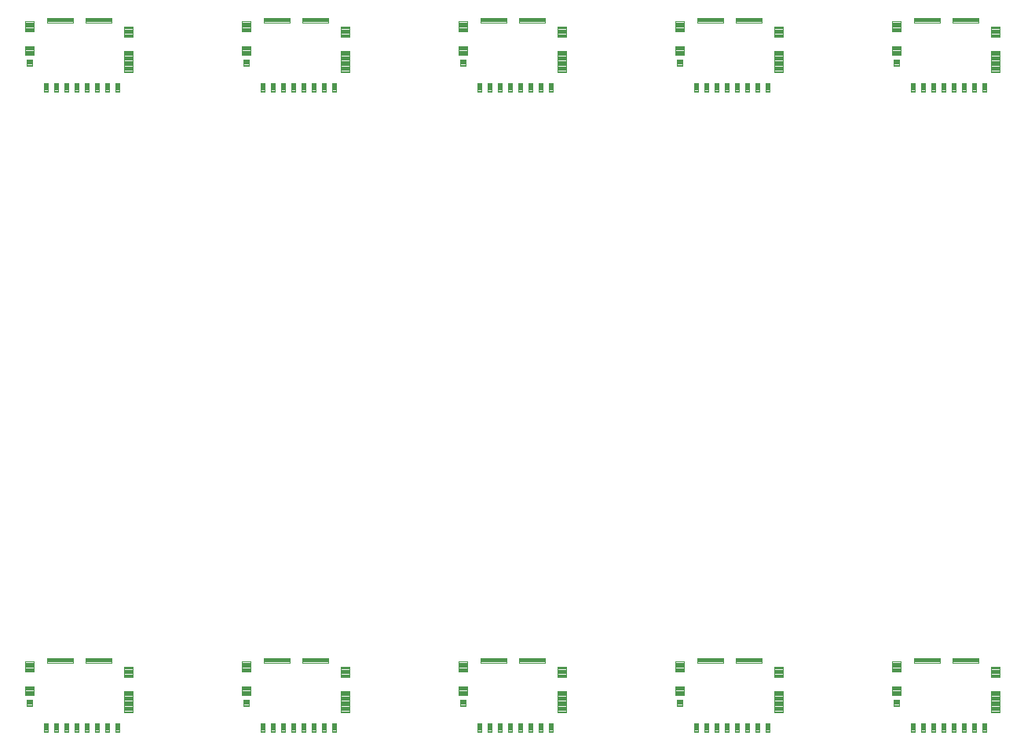
<source format=gbp>
G04 EAGLE Gerber RS-274X export*
G75*
%MOMM*%
%FSLAX34Y34*%
%LPD*%
%INSolderpaste Bottom*%
%IPPOS*%
%AMOC8*
5,1,8,0,0,1.08239X$1,22.5*%
G01*
%ADD10C,0.100000*%
%ADD11C,0.100800*%
%ADD12C,0.105000*%
%ADD13C,0.099000*%


D10*
X87912Y74000D02*
X87912Y65000D01*
X83912Y65000D01*
X83912Y74000D01*
X87912Y74000D01*
X87912Y65950D02*
X83912Y65950D01*
X83912Y66900D02*
X87912Y66900D01*
X87912Y67850D02*
X83912Y67850D01*
X83912Y68800D02*
X87912Y68800D01*
X87912Y69750D02*
X83912Y69750D01*
X83912Y70700D02*
X87912Y70700D01*
X87912Y71650D02*
X83912Y71650D01*
X83912Y72600D02*
X87912Y72600D01*
X87912Y73550D02*
X83912Y73550D01*
X98912Y74000D02*
X98912Y65000D01*
X94912Y65000D01*
X94912Y74000D01*
X98912Y74000D01*
X98912Y65950D02*
X94912Y65950D01*
X94912Y66900D02*
X98912Y66900D01*
X98912Y67850D02*
X94912Y67850D01*
X94912Y68800D02*
X98912Y68800D01*
X98912Y69750D02*
X94912Y69750D01*
X94912Y70700D02*
X98912Y70700D01*
X98912Y71650D02*
X94912Y71650D01*
X94912Y72600D02*
X98912Y72600D01*
X98912Y73550D02*
X94912Y73550D01*
X109912Y74000D02*
X109912Y65000D01*
X105912Y65000D01*
X105912Y74000D01*
X109912Y74000D01*
X109912Y65950D02*
X105912Y65950D01*
X105912Y66900D02*
X109912Y66900D01*
X109912Y67850D02*
X105912Y67850D01*
X105912Y68800D02*
X109912Y68800D01*
X109912Y69750D02*
X105912Y69750D01*
X105912Y70700D02*
X109912Y70700D01*
X109912Y71650D02*
X105912Y71650D01*
X105912Y72600D02*
X109912Y72600D01*
X109912Y73550D02*
X105912Y73550D01*
X120912Y74000D02*
X120912Y65000D01*
X116912Y65000D01*
X116912Y74000D01*
X120912Y74000D01*
X120912Y65950D02*
X116912Y65950D01*
X116912Y66900D02*
X120912Y66900D01*
X120912Y67850D02*
X116912Y67850D01*
X116912Y68800D02*
X120912Y68800D01*
X120912Y69750D02*
X116912Y69750D01*
X116912Y70700D02*
X120912Y70700D01*
X120912Y71650D02*
X116912Y71650D01*
X116912Y72600D02*
X120912Y72600D01*
X120912Y73550D02*
X116912Y73550D01*
X131912Y74000D02*
X131912Y65000D01*
X127912Y65000D01*
X127912Y74000D01*
X131912Y74000D01*
X131912Y65950D02*
X127912Y65950D01*
X127912Y66900D02*
X131912Y66900D01*
X131912Y67850D02*
X127912Y67850D01*
X127912Y68800D02*
X131912Y68800D01*
X131912Y69750D02*
X127912Y69750D01*
X127912Y70700D02*
X131912Y70700D01*
X131912Y71650D02*
X127912Y71650D01*
X127912Y72600D02*
X131912Y72600D01*
X131912Y73550D02*
X127912Y73550D01*
X142912Y74000D02*
X142912Y65000D01*
X138912Y65000D01*
X138912Y74000D01*
X142912Y74000D01*
X142912Y65950D02*
X138912Y65950D01*
X138912Y66900D02*
X142912Y66900D01*
X142912Y67850D02*
X138912Y67850D01*
X138912Y68800D02*
X142912Y68800D01*
X142912Y69750D02*
X138912Y69750D01*
X138912Y70700D02*
X142912Y70700D01*
X142912Y71650D02*
X138912Y71650D01*
X138912Y72600D02*
X142912Y72600D01*
X142912Y73550D02*
X138912Y73550D01*
X153912Y74000D02*
X153912Y65000D01*
X149912Y65000D01*
X149912Y74000D01*
X153912Y74000D01*
X153912Y65950D02*
X149912Y65950D01*
X149912Y66900D02*
X153912Y66900D01*
X153912Y67850D02*
X149912Y67850D01*
X149912Y68800D02*
X153912Y68800D01*
X153912Y69750D02*
X149912Y69750D01*
X149912Y70700D02*
X153912Y70700D01*
X153912Y71650D02*
X149912Y71650D01*
X149912Y72600D02*
X153912Y72600D01*
X153912Y73550D02*
X149912Y73550D01*
X164912Y74000D02*
X164912Y65000D01*
X160912Y65000D01*
X160912Y74000D01*
X164912Y74000D01*
X164912Y65950D02*
X160912Y65950D01*
X160912Y66900D02*
X164912Y66900D01*
X164912Y67850D02*
X160912Y67850D01*
X160912Y68800D02*
X164912Y68800D01*
X164912Y69750D02*
X160912Y69750D01*
X160912Y70700D02*
X164912Y70700D01*
X164912Y71650D02*
X160912Y71650D01*
X160912Y72600D02*
X164912Y72600D01*
X164912Y73550D02*
X160912Y73550D01*
D11*
X71008Y92904D02*
X64816Y92904D01*
X64816Y99696D01*
X71008Y99696D01*
X71008Y92904D01*
X71008Y93862D02*
X64816Y93862D01*
X64816Y94820D02*
X71008Y94820D01*
X71008Y95778D02*
X64816Y95778D01*
X64816Y96736D02*
X71008Y96736D01*
X71008Y97694D02*
X64816Y97694D01*
X64816Y98652D02*
X71008Y98652D01*
X71008Y99610D02*
X64816Y99610D01*
D12*
X72637Y104125D02*
X72637Y113875D01*
X72637Y104125D02*
X63187Y104125D01*
X63187Y113875D01*
X72637Y113875D01*
X72637Y105122D02*
X63187Y105122D01*
X63187Y106119D02*
X72637Y106119D01*
X72637Y107116D02*
X63187Y107116D01*
X63187Y108113D02*
X72637Y108113D01*
X72637Y109110D02*
X63187Y109110D01*
X63187Y110107D02*
X72637Y110107D01*
X72637Y111104D02*
X63187Y111104D01*
X63187Y112101D02*
X72637Y112101D01*
X72637Y113098D02*
X63187Y113098D01*
X72637Y129625D02*
X72637Y140575D01*
X72637Y129625D02*
X63187Y129625D01*
X63187Y140575D01*
X72637Y140575D01*
X72637Y130622D02*
X63187Y130622D01*
X63187Y131619D02*
X72637Y131619D01*
X72637Y132616D02*
X63187Y132616D01*
X63187Y133613D02*
X72637Y133613D01*
X72637Y134610D02*
X63187Y134610D01*
X63187Y135607D02*
X72637Y135607D01*
X72637Y136604D02*
X63187Y136604D01*
X63187Y137601D02*
X72637Y137601D01*
X72637Y138598D02*
X63187Y138598D01*
X63187Y139595D02*
X72637Y139595D01*
X179387Y134875D02*
X179387Y123925D01*
X169937Y123925D01*
X169937Y134875D01*
X179387Y134875D01*
X179387Y124922D02*
X169937Y124922D01*
X169937Y125919D02*
X179387Y125919D01*
X179387Y126916D02*
X169937Y126916D01*
X169937Y127913D02*
X179387Y127913D01*
X179387Y128910D02*
X169937Y128910D01*
X169937Y129907D02*
X179387Y129907D01*
X179387Y130904D02*
X169937Y130904D01*
X169937Y131901D02*
X179387Y131901D01*
X179387Y132898D02*
X169937Y132898D01*
X169937Y133895D02*
X179387Y133895D01*
X179387Y108975D02*
X179387Y86125D01*
X169937Y86125D01*
X169937Y108975D01*
X179387Y108975D01*
X179387Y87122D02*
X169937Y87122D01*
X169937Y88119D02*
X179387Y88119D01*
X179387Y89116D02*
X169937Y89116D01*
X169937Y90113D02*
X179387Y90113D01*
X179387Y91110D02*
X169937Y91110D01*
X169937Y92107D02*
X179387Y92107D01*
X179387Y93104D02*
X169937Y93104D01*
X169937Y94101D02*
X179387Y94101D01*
X179387Y95098D02*
X169937Y95098D01*
X169937Y96095D02*
X179387Y96095D01*
X179387Y97092D02*
X169937Y97092D01*
X169937Y98089D02*
X179387Y98089D01*
X179387Y99086D02*
X169937Y99086D01*
X169937Y100083D02*
X179387Y100083D01*
X179387Y101080D02*
X169937Y101080D01*
X169937Y102077D02*
X179387Y102077D01*
X179387Y103074D02*
X169937Y103074D01*
X169937Y104071D02*
X179387Y104071D01*
X179387Y105068D02*
X169937Y105068D01*
X169937Y106065D02*
X179387Y106065D01*
X179387Y107062D02*
X169937Y107062D01*
X169937Y108059D02*
X179387Y108059D01*
D13*
X156917Y144105D02*
X128807Y144105D01*
X156917Y144105D02*
X156917Y139595D01*
X128807Y139595D01*
X128807Y144105D01*
X128807Y140535D02*
X156917Y140535D01*
X156917Y141475D02*
X128807Y141475D01*
X128807Y142415D02*
X156917Y142415D01*
X156917Y143355D02*
X128807Y143355D01*
X115017Y144105D02*
X86907Y144105D01*
X115017Y144105D02*
X115017Y139595D01*
X86907Y139595D01*
X86907Y144105D01*
X86907Y140535D02*
X115017Y140535D01*
X115017Y141475D02*
X86907Y141475D01*
X86907Y142415D02*
X115017Y142415D01*
X115017Y143355D02*
X86907Y143355D01*
D10*
X321592Y74000D02*
X321592Y65000D01*
X317592Y65000D01*
X317592Y74000D01*
X321592Y74000D01*
X321592Y65950D02*
X317592Y65950D01*
X317592Y66900D02*
X321592Y66900D01*
X321592Y67850D02*
X317592Y67850D01*
X317592Y68800D02*
X321592Y68800D01*
X321592Y69750D02*
X317592Y69750D01*
X317592Y70700D02*
X321592Y70700D01*
X321592Y71650D02*
X317592Y71650D01*
X317592Y72600D02*
X321592Y72600D01*
X321592Y73550D02*
X317592Y73550D01*
X332592Y74000D02*
X332592Y65000D01*
X328592Y65000D01*
X328592Y74000D01*
X332592Y74000D01*
X332592Y65950D02*
X328592Y65950D01*
X328592Y66900D02*
X332592Y66900D01*
X332592Y67850D02*
X328592Y67850D01*
X328592Y68800D02*
X332592Y68800D01*
X332592Y69750D02*
X328592Y69750D01*
X328592Y70700D02*
X332592Y70700D01*
X332592Y71650D02*
X328592Y71650D01*
X328592Y72600D02*
X332592Y72600D01*
X332592Y73550D02*
X328592Y73550D01*
X343592Y74000D02*
X343592Y65000D01*
X339592Y65000D01*
X339592Y74000D01*
X343592Y74000D01*
X343592Y65950D02*
X339592Y65950D01*
X339592Y66900D02*
X343592Y66900D01*
X343592Y67850D02*
X339592Y67850D01*
X339592Y68800D02*
X343592Y68800D01*
X343592Y69750D02*
X339592Y69750D01*
X339592Y70700D02*
X343592Y70700D01*
X343592Y71650D02*
X339592Y71650D01*
X339592Y72600D02*
X343592Y72600D01*
X343592Y73550D02*
X339592Y73550D01*
X354592Y74000D02*
X354592Y65000D01*
X350592Y65000D01*
X350592Y74000D01*
X354592Y74000D01*
X354592Y65950D02*
X350592Y65950D01*
X350592Y66900D02*
X354592Y66900D01*
X354592Y67850D02*
X350592Y67850D01*
X350592Y68800D02*
X354592Y68800D01*
X354592Y69750D02*
X350592Y69750D01*
X350592Y70700D02*
X354592Y70700D01*
X354592Y71650D02*
X350592Y71650D01*
X350592Y72600D02*
X354592Y72600D01*
X354592Y73550D02*
X350592Y73550D01*
X365592Y74000D02*
X365592Y65000D01*
X361592Y65000D01*
X361592Y74000D01*
X365592Y74000D01*
X365592Y65950D02*
X361592Y65950D01*
X361592Y66900D02*
X365592Y66900D01*
X365592Y67850D02*
X361592Y67850D01*
X361592Y68800D02*
X365592Y68800D01*
X365592Y69750D02*
X361592Y69750D01*
X361592Y70700D02*
X365592Y70700D01*
X365592Y71650D02*
X361592Y71650D01*
X361592Y72600D02*
X365592Y72600D01*
X365592Y73550D02*
X361592Y73550D01*
X376592Y74000D02*
X376592Y65000D01*
X372592Y65000D01*
X372592Y74000D01*
X376592Y74000D01*
X376592Y65950D02*
X372592Y65950D01*
X372592Y66900D02*
X376592Y66900D01*
X376592Y67850D02*
X372592Y67850D01*
X372592Y68800D02*
X376592Y68800D01*
X376592Y69750D02*
X372592Y69750D01*
X372592Y70700D02*
X376592Y70700D01*
X376592Y71650D02*
X372592Y71650D01*
X372592Y72600D02*
X376592Y72600D01*
X376592Y73550D02*
X372592Y73550D01*
X387592Y74000D02*
X387592Y65000D01*
X383592Y65000D01*
X383592Y74000D01*
X387592Y74000D01*
X387592Y65950D02*
X383592Y65950D01*
X383592Y66900D02*
X387592Y66900D01*
X387592Y67850D02*
X383592Y67850D01*
X383592Y68800D02*
X387592Y68800D01*
X387592Y69750D02*
X383592Y69750D01*
X383592Y70700D02*
X387592Y70700D01*
X387592Y71650D02*
X383592Y71650D01*
X383592Y72600D02*
X387592Y72600D01*
X387592Y73550D02*
X383592Y73550D01*
X398592Y74000D02*
X398592Y65000D01*
X394592Y65000D01*
X394592Y74000D01*
X398592Y74000D01*
X398592Y65950D02*
X394592Y65950D01*
X394592Y66900D02*
X398592Y66900D01*
X398592Y67850D02*
X394592Y67850D01*
X394592Y68800D02*
X398592Y68800D01*
X398592Y69750D02*
X394592Y69750D01*
X394592Y70700D02*
X398592Y70700D01*
X398592Y71650D02*
X394592Y71650D01*
X394592Y72600D02*
X398592Y72600D01*
X398592Y73550D02*
X394592Y73550D01*
D11*
X304688Y92904D02*
X298496Y92904D01*
X298496Y99696D01*
X304688Y99696D01*
X304688Y92904D01*
X304688Y93862D02*
X298496Y93862D01*
X298496Y94820D02*
X304688Y94820D01*
X304688Y95778D02*
X298496Y95778D01*
X298496Y96736D02*
X304688Y96736D01*
X304688Y97694D02*
X298496Y97694D01*
X298496Y98652D02*
X304688Y98652D01*
X304688Y99610D02*
X298496Y99610D01*
D12*
X306317Y104125D02*
X306317Y113875D01*
X306317Y104125D02*
X296867Y104125D01*
X296867Y113875D01*
X306317Y113875D01*
X306317Y105122D02*
X296867Y105122D01*
X296867Y106119D02*
X306317Y106119D01*
X306317Y107116D02*
X296867Y107116D01*
X296867Y108113D02*
X306317Y108113D01*
X306317Y109110D02*
X296867Y109110D01*
X296867Y110107D02*
X306317Y110107D01*
X306317Y111104D02*
X296867Y111104D01*
X296867Y112101D02*
X306317Y112101D01*
X306317Y113098D02*
X296867Y113098D01*
X306317Y129625D02*
X306317Y140575D01*
X306317Y129625D02*
X296867Y129625D01*
X296867Y140575D01*
X306317Y140575D01*
X306317Y130622D02*
X296867Y130622D01*
X296867Y131619D02*
X306317Y131619D01*
X306317Y132616D02*
X296867Y132616D01*
X296867Y133613D02*
X306317Y133613D01*
X306317Y134610D02*
X296867Y134610D01*
X296867Y135607D02*
X306317Y135607D01*
X306317Y136604D02*
X296867Y136604D01*
X296867Y137601D02*
X306317Y137601D01*
X306317Y138598D02*
X296867Y138598D01*
X296867Y139595D02*
X306317Y139595D01*
X413067Y134875D02*
X413067Y123925D01*
X403617Y123925D01*
X403617Y134875D01*
X413067Y134875D01*
X413067Y124922D02*
X403617Y124922D01*
X403617Y125919D02*
X413067Y125919D01*
X413067Y126916D02*
X403617Y126916D01*
X403617Y127913D02*
X413067Y127913D01*
X413067Y128910D02*
X403617Y128910D01*
X403617Y129907D02*
X413067Y129907D01*
X413067Y130904D02*
X403617Y130904D01*
X403617Y131901D02*
X413067Y131901D01*
X413067Y132898D02*
X403617Y132898D01*
X403617Y133895D02*
X413067Y133895D01*
X413067Y108975D02*
X413067Y86125D01*
X403617Y86125D01*
X403617Y108975D01*
X413067Y108975D01*
X413067Y87122D02*
X403617Y87122D01*
X403617Y88119D02*
X413067Y88119D01*
X413067Y89116D02*
X403617Y89116D01*
X403617Y90113D02*
X413067Y90113D01*
X413067Y91110D02*
X403617Y91110D01*
X403617Y92107D02*
X413067Y92107D01*
X413067Y93104D02*
X403617Y93104D01*
X403617Y94101D02*
X413067Y94101D01*
X413067Y95098D02*
X403617Y95098D01*
X403617Y96095D02*
X413067Y96095D01*
X413067Y97092D02*
X403617Y97092D01*
X403617Y98089D02*
X413067Y98089D01*
X413067Y99086D02*
X403617Y99086D01*
X403617Y100083D02*
X413067Y100083D01*
X413067Y101080D02*
X403617Y101080D01*
X403617Y102077D02*
X413067Y102077D01*
X413067Y103074D02*
X403617Y103074D01*
X403617Y104071D02*
X413067Y104071D01*
X413067Y105068D02*
X403617Y105068D01*
X403617Y106065D02*
X413067Y106065D01*
X413067Y107062D02*
X403617Y107062D01*
X403617Y108059D02*
X413067Y108059D01*
D13*
X390597Y144105D02*
X362487Y144105D01*
X390597Y144105D02*
X390597Y139595D01*
X362487Y139595D01*
X362487Y144105D01*
X362487Y140535D02*
X390597Y140535D01*
X390597Y141475D02*
X362487Y141475D01*
X362487Y142415D02*
X390597Y142415D01*
X390597Y143355D02*
X362487Y143355D01*
X348697Y144105D02*
X320587Y144105D01*
X348697Y144105D02*
X348697Y139595D01*
X320587Y139595D01*
X320587Y144105D01*
X320587Y140535D02*
X348697Y140535D01*
X348697Y141475D02*
X320587Y141475D01*
X320587Y142415D02*
X348697Y142415D01*
X348697Y143355D02*
X320587Y143355D01*
D10*
X555272Y74000D02*
X555272Y65000D01*
X551272Y65000D01*
X551272Y74000D01*
X555272Y74000D01*
X555272Y65950D02*
X551272Y65950D01*
X551272Y66900D02*
X555272Y66900D01*
X555272Y67850D02*
X551272Y67850D01*
X551272Y68800D02*
X555272Y68800D01*
X555272Y69750D02*
X551272Y69750D01*
X551272Y70700D02*
X555272Y70700D01*
X555272Y71650D02*
X551272Y71650D01*
X551272Y72600D02*
X555272Y72600D01*
X555272Y73550D02*
X551272Y73550D01*
X566272Y74000D02*
X566272Y65000D01*
X562272Y65000D01*
X562272Y74000D01*
X566272Y74000D01*
X566272Y65950D02*
X562272Y65950D01*
X562272Y66900D02*
X566272Y66900D01*
X566272Y67850D02*
X562272Y67850D01*
X562272Y68800D02*
X566272Y68800D01*
X566272Y69750D02*
X562272Y69750D01*
X562272Y70700D02*
X566272Y70700D01*
X566272Y71650D02*
X562272Y71650D01*
X562272Y72600D02*
X566272Y72600D01*
X566272Y73550D02*
X562272Y73550D01*
X577272Y74000D02*
X577272Y65000D01*
X573272Y65000D01*
X573272Y74000D01*
X577272Y74000D01*
X577272Y65950D02*
X573272Y65950D01*
X573272Y66900D02*
X577272Y66900D01*
X577272Y67850D02*
X573272Y67850D01*
X573272Y68800D02*
X577272Y68800D01*
X577272Y69750D02*
X573272Y69750D01*
X573272Y70700D02*
X577272Y70700D01*
X577272Y71650D02*
X573272Y71650D01*
X573272Y72600D02*
X577272Y72600D01*
X577272Y73550D02*
X573272Y73550D01*
X588272Y74000D02*
X588272Y65000D01*
X584272Y65000D01*
X584272Y74000D01*
X588272Y74000D01*
X588272Y65950D02*
X584272Y65950D01*
X584272Y66900D02*
X588272Y66900D01*
X588272Y67850D02*
X584272Y67850D01*
X584272Y68800D02*
X588272Y68800D01*
X588272Y69750D02*
X584272Y69750D01*
X584272Y70700D02*
X588272Y70700D01*
X588272Y71650D02*
X584272Y71650D01*
X584272Y72600D02*
X588272Y72600D01*
X588272Y73550D02*
X584272Y73550D01*
X599272Y74000D02*
X599272Y65000D01*
X595272Y65000D01*
X595272Y74000D01*
X599272Y74000D01*
X599272Y65950D02*
X595272Y65950D01*
X595272Y66900D02*
X599272Y66900D01*
X599272Y67850D02*
X595272Y67850D01*
X595272Y68800D02*
X599272Y68800D01*
X599272Y69750D02*
X595272Y69750D01*
X595272Y70700D02*
X599272Y70700D01*
X599272Y71650D02*
X595272Y71650D01*
X595272Y72600D02*
X599272Y72600D01*
X599272Y73550D02*
X595272Y73550D01*
X610272Y74000D02*
X610272Y65000D01*
X606272Y65000D01*
X606272Y74000D01*
X610272Y74000D01*
X610272Y65950D02*
X606272Y65950D01*
X606272Y66900D02*
X610272Y66900D01*
X610272Y67850D02*
X606272Y67850D01*
X606272Y68800D02*
X610272Y68800D01*
X610272Y69750D02*
X606272Y69750D01*
X606272Y70700D02*
X610272Y70700D01*
X610272Y71650D02*
X606272Y71650D01*
X606272Y72600D02*
X610272Y72600D01*
X610272Y73550D02*
X606272Y73550D01*
X621272Y74000D02*
X621272Y65000D01*
X617272Y65000D01*
X617272Y74000D01*
X621272Y74000D01*
X621272Y65950D02*
X617272Y65950D01*
X617272Y66900D02*
X621272Y66900D01*
X621272Y67850D02*
X617272Y67850D01*
X617272Y68800D02*
X621272Y68800D01*
X621272Y69750D02*
X617272Y69750D01*
X617272Y70700D02*
X621272Y70700D01*
X621272Y71650D02*
X617272Y71650D01*
X617272Y72600D02*
X621272Y72600D01*
X621272Y73550D02*
X617272Y73550D01*
X632272Y74000D02*
X632272Y65000D01*
X628272Y65000D01*
X628272Y74000D01*
X632272Y74000D01*
X632272Y65950D02*
X628272Y65950D01*
X628272Y66900D02*
X632272Y66900D01*
X632272Y67850D02*
X628272Y67850D01*
X628272Y68800D02*
X632272Y68800D01*
X632272Y69750D02*
X628272Y69750D01*
X628272Y70700D02*
X632272Y70700D01*
X632272Y71650D02*
X628272Y71650D01*
X628272Y72600D02*
X632272Y72600D01*
X632272Y73550D02*
X628272Y73550D01*
D11*
X538368Y92904D02*
X532176Y92904D01*
X532176Y99696D01*
X538368Y99696D01*
X538368Y92904D01*
X538368Y93862D02*
X532176Y93862D01*
X532176Y94820D02*
X538368Y94820D01*
X538368Y95778D02*
X532176Y95778D01*
X532176Y96736D02*
X538368Y96736D01*
X538368Y97694D02*
X532176Y97694D01*
X532176Y98652D02*
X538368Y98652D01*
X538368Y99610D02*
X532176Y99610D01*
D12*
X539997Y104125D02*
X539997Y113875D01*
X539997Y104125D02*
X530547Y104125D01*
X530547Y113875D01*
X539997Y113875D01*
X539997Y105122D02*
X530547Y105122D01*
X530547Y106119D02*
X539997Y106119D01*
X539997Y107116D02*
X530547Y107116D01*
X530547Y108113D02*
X539997Y108113D01*
X539997Y109110D02*
X530547Y109110D01*
X530547Y110107D02*
X539997Y110107D01*
X539997Y111104D02*
X530547Y111104D01*
X530547Y112101D02*
X539997Y112101D01*
X539997Y113098D02*
X530547Y113098D01*
X539997Y129625D02*
X539997Y140575D01*
X539997Y129625D02*
X530547Y129625D01*
X530547Y140575D01*
X539997Y140575D01*
X539997Y130622D02*
X530547Y130622D01*
X530547Y131619D02*
X539997Y131619D01*
X539997Y132616D02*
X530547Y132616D01*
X530547Y133613D02*
X539997Y133613D01*
X539997Y134610D02*
X530547Y134610D01*
X530547Y135607D02*
X539997Y135607D01*
X539997Y136604D02*
X530547Y136604D01*
X530547Y137601D02*
X539997Y137601D01*
X539997Y138598D02*
X530547Y138598D01*
X530547Y139595D02*
X539997Y139595D01*
X646747Y134875D02*
X646747Y123925D01*
X637297Y123925D01*
X637297Y134875D01*
X646747Y134875D01*
X646747Y124922D02*
X637297Y124922D01*
X637297Y125919D02*
X646747Y125919D01*
X646747Y126916D02*
X637297Y126916D01*
X637297Y127913D02*
X646747Y127913D01*
X646747Y128910D02*
X637297Y128910D01*
X637297Y129907D02*
X646747Y129907D01*
X646747Y130904D02*
X637297Y130904D01*
X637297Y131901D02*
X646747Y131901D01*
X646747Y132898D02*
X637297Y132898D01*
X637297Y133895D02*
X646747Y133895D01*
X646747Y108975D02*
X646747Y86125D01*
X637297Y86125D01*
X637297Y108975D01*
X646747Y108975D01*
X646747Y87122D02*
X637297Y87122D01*
X637297Y88119D02*
X646747Y88119D01*
X646747Y89116D02*
X637297Y89116D01*
X637297Y90113D02*
X646747Y90113D01*
X646747Y91110D02*
X637297Y91110D01*
X637297Y92107D02*
X646747Y92107D01*
X646747Y93104D02*
X637297Y93104D01*
X637297Y94101D02*
X646747Y94101D01*
X646747Y95098D02*
X637297Y95098D01*
X637297Y96095D02*
X646747Y96095D01*
X646747Y97092D02*
X637297Y97092D01*
X637297Y98089D02*
X646747Y98089D01*
X646747Y99086D02*
X637297Y99086D01*
X637297Y100083D02*
X646747Y100083D01*
X646747Y101080D02*
X637297Y101080D01*
X637297Y102077D02*
X646747Y102077D01*
X646747Y103074D02*
X637297Y103074D01*
X637297Y104071D02*
X646747Y104071D01*
X646747Y105068D02*
X637297Y105068D01*
X637297Y106065D02*
X646747Y106065D01*
X646747Y107062D02*
X637297Y107062D01*
X637297Y108059D02*
X646747Y108059D01*
D13*
X624277Y144105D02*
X596167Y144105D01*
X624277Y144105D02*
X624277Y139595D01*
X596167Y139595D01*
X596167Y144105D01*
X596167Y140535D02*
X624277Y140535D01*
X624277Y141475D02*
X596167Y141475D01*
X596167Y142415D02*
X624277Y142415D01*
X624277Y143355D02*
X596167Y143355D01*
X582377Y144105D02*
X554267Y144105D01*
X582377Y144105D02*
X582377Y139595D01*
X554267Y139595D01*
X554267Y144105D01*
X554267Y140535D02*
X582377Y140535D01*
X582377Y141475D02*
X554267Y141475D01*
X554267Y142415D02*
X582377Y142415D01*
X582377Y143355D02*
X554267Y143355D01*
D10*
X788952Y74000D02*
X788952Y65000D01*
X784952Y65000D01*
X784952Y74000D01*
X788952Y74000D01*
X788952Y65950D02*
X784952Y65950D01*
X784952Y66900D02*
X788952Y66900D01*
X788952Y67850D02*
X784952Y67850D01*
X784952Y68800D02*
X788952Y68800D01*
X788952Y69750D02*
X784952Y69750D01*
X784952Y70700D02*
X788952Y70700D01*
X788952Y71650D02*
X784952Y71650D01*
X784952Y72600D02*
X788952Y72600D01*
X788952Y73550D02*
X784952Y73550D01*
X799952Y74000D02*
X799952Y65000D01*
X795952Y65000D01*
X795952Y74000D01*
X799952Y74000D01*
X799952Y65950D02*
X795952Y65950D01*
X795952Y66900D02*
X799952Y66900D01*
X799952Y67850D02*
X795952Y67850D01*
X795952Y68800D02*
X799952Y68800D01*
X799952Y69750D02*
X795952Y69750D01*
X795952Y70700D02*
X799952Y70700D01*
X799952Y71650D02*
X795952Y71650D01*
X795952Y72600D02*
X799952Y72600D01*
X799952Y73550D02*
X795952Y73550D01*
X810952Y74000D02*
X810952Y65000D01*
X806952Y65000D01*
X806952Y74000D01*
X810952Y74000D01*
X810952Y65950D02*
X806952Y65950D01*
X806952Y66900D02*
X810952Y66900D01*
X810952Y67850D02*
X806952Y67850D01*
X806952Y68800D02*
X810952Y68800D01*
X810952Y69750D02*
X806952Y69750D01*
X806952Y70700D02*
X810952Y70700D01*
X810952Y71650D02*
X806952Y71650D01*
X806952Y72600D02*
X810952Y72600D01*
X810952Y73550D02*
X806952Y73550D01*
X821952Y74000D02*
X821952Y65000D01*
X817952Y65000D01*
X817952Y74000D01*
X821952Y74000D01*
X821952Y65950D02*
X817952Y65950D01*
X817952Y66900D02*
X821952Y66900D01*
X821952Y67850D02*
X817952Y67850D01*
X817952Y68800D02*
X821952Y68800D01*
X821952Y69750D02*
X817952Y69750D01*
X817952Y70700D02*
X821952Y70700D01*
X821952Y71650D02*
X817952Y71650D01*
X817952Y72600D02*
X821952Y72600D01*
X821952Y73550D02*
X817952Y73550D01*
X832952Y74000D02*
X832952Y65000D01*
X828952Y65000D01*
X828952Y74000D01*
X832952Y74000D01*
X832952Y65950D02*
X828952Y65950D01*
X828952Y66900D02*
X832952Y66900D01*
X832952Y67850D02*
X828952Y67850D01*
X828952Y68800D02*
X832952Y68800D01*
X832952Y69750D02*
X828952Y69750D01*
X828952Y70700D02*
X832952Y70700D01*
X832952Y71650D02*
X828952Y71650D01*
X828952Y72600D02*
X832952Y72600D01*
X832952Y73550D02*
X828952Y73550D01*
X843952Y74000D02*
X843952Y65000D01*
X839952Y65000D01*
X839952Y74000D01*
X843952Y74000D01*
X843952Y65950D02*
X839952Y65950D01*
X839952Y66900D02*
X843952Y66900D01*
X843952Y67850D02*
X839952Y67850D01*
X839952Y68800D02*
X843952Y68800D01*
X843952Y69750D02*
X839952Y69750D01*
X839952Y70700D02*
X843952Y70700D01*
X843952Y71650D02*
X839952Y71650D01*
X839952Y72600D02*
X843952Y72600D01*
X843952Y73550D02*
X839952Y73550D01*
X854952Y74000D02*
X854952Y65000D01*
X850952Y65000D01*
X850952Y74000D01*
X854952Y74000D01*
X854952Y65950D02*
X850952Y65950D01*
X850952Y66900D02*
X854952Y66900D01*
X854952Y67850D02*
X850952Y67850D01*
X850952Y68800D02*
X854952Y68800D01*
X854952Y69750D02*
X850952Y69750D01*
X850952Y70700D02*
X854952Y70700D01*
X854952Y71650D02*
X850952Y71650D01*
X850952Y72600D02*
X854952Y72600D01*
X854952Y73550D02*
X850952Y73550D01*
X865952Y74000D02*
X865952Y65000D01*
X861952Y65000D01*
X861952Y74000D01*
X865952Y74000D01*
X865952Y65950D02*
X861952Y65950D01*
X861952Y66900D02*
X865952Y66900D01*
X865952Y67850D02*
X861952Y67850D01*
X861952Y68800D02*
X865952Y68800D01*
X865952Y69750D02*
X861952Y69750D01*
X861952Y70700D02*
X865952Y70700D01*
X865952Y71650D02*
X861952Y71650D01*
X861952Y72600D02*
X865952Y72600D01*
X865952Y73550D02*
X861952Y73550D01*
D11*
X772048Y92904D02*
X765856Y92904D01*
X765856Y99696D01*
X772048Y99696D01*
X772048Y92904D01*
X772048Y93862D02*
X765856Y93862D01*
X765856Y94820D02*
X772048Y94820D01*
X772048Y95778D02*
X765856Y95778D01*
X765856Y96736D02*
X772048Y96736D01*
X772048Y97694D02*
X765856Y97694D01*
X765856Y98652D02*
X772048Y98652D01*
X772048Y99610D02*
X765856Y99610D01*
D12*
X773677Y104125D02*
X773677Y113875D01*
X773677Y104125D02*
X764227Y104125D01*
X764227Y113875D01*
X773677Y113875D01*
X773677Y105122D02*
X764227Y105122D01*
X764227Y106119D02*
X773677Y106119D01*
X773677Y107116D02*
X764227Y107116D01*
X764227Y108113D02*
X773677Y108113D01*
X773677Y109110D02*
X764227Y109110D01*
X764227Y110107D02*
X773677Y110107D01*
X773677Y111104D02*
X764227Y111104D01*
X764227Y112101D02*
X773677Y112101D01*
X773677Y113098D02*
X764227Y113098D01*
X773677Y129625D02*
X773677Y140575D01*
X773677Y129625D02*
X764227Y129625D01*
X764227Y140575D01*
X773677Y140575D01*
X773677Y130622D02*
X764227Y130622D01*
X764227Y131619D02*
X773677Y131619D01*
X773677Y132616D02*
X764227Y132616D01*
X764227Y133613D02*
X773677Y133613D01*
X773677Y134610D02*
X764227Y134610D01*
X764227Y135607D02*
X773677Y135607D01*
X773677Y136604D02*
X764227Y136604D01*
X764227Y137601D02*
X773677Y137601D01*
X773677Y138598D02*
X764227Y138598D01*
X764227Y139595D02*
X773677Y139595D01*
X880427Y134875D02*
X880427Y123925D01*
X870977Y123925D01*
X870977Y134875D01*
X880427Y134875D01*
X880427Y124922D02*
X870977Y124922D01*
X870977Y125919D02*
X880427Y125919D01*
X880427Y126916D02*
X870977Y126916D01*
X870977Y127913D02*
X880427Y127913D01*
X880427Y128910D02*
X870977Y128910D01*
X870977Y129907D02*
X880427Y129907D01*
X880427Y130904D02*
X870977Y130904D01*
X870977Y131901D02*
X880427Y131901D01*
X880427Y132898D02*
X870977Y132898D01*
X870977Y133895D02*
X880427Y133895D01*
X880427Y108975D02*
X880427Y86125D01*
X870977Y86125D01*
X870977Y108975D01*
X880427Y108975D01*
X880427Y87122D02*
X870977Y87122D01*
X870977Y88119D02*
X880427Y88119D01*
X880427Y89116D02*
X870977Y89116D01*
X870977Y90113D02*
X880427Y90113D01*
X880427Y91110D02*
X870977Y91110D01*
X870977Y92107D02*
X880427Y92107D01*
X880427Y93104D02*
X870977Y93104D01*
X870977Y94101D02*
X880427Y94101D01*
X880427Y95098D02*
X870977Y95098D01*
X870977Y96095D02*
X880427Y96095D01*
X880427Y97092D02*
X870977Y97092D01*
X870977Y98089D02*
X880427Y98089D01*
X880427Y99086D02*
X870977Y99086D01*
X870977Y100083D02*
X880427Y100083D01*
X880427Y101080D02*
X870977Y101080D01*
X870977Y102077D02*
X880427Y102077D01*
X880427Y103074D02*
X870977Y103074D01*
X870977Y104071D02*
X880427Y104071D01*
X880427Y105068D02*
X870977Y105068D01*
X870977Y106065D02*
X880427Y106065D01*
X880427Y107062D02*
X870977Y107062D01*
X870977Y108059D02*
X880427Y108059D01*
D13*
X857957Y144105D02*
X829847Y144105D01*
X857957Y144105D02*
X857957Y139595D01*
X829847Y139595D01*
X829847Y144105D01*
X829847Y140535D02*
X857957Y140535D01*
X857957Y141475D02*
X829847Y141475D01*
X829847Y142415D02*
X857957Y142415D01*
X857957Y143355D02*
X829847Y143355D01*
X816057Y144105D02*
X787947Y144105D01*
X816057Y144105D02*
X816057Y139595D01*
X787947Y139595D01*
X787947Y144105D01*
X787947Y140535D02*
X816057Y140535D01*
X816057Y141475D02*
X787947Y141475D01*
X787947Y142415D02*
X816057Y142415D01*
X816057Y143355D02*
X787947Y143355D01*
D10*
X1022632Y74000D02*
X1022632Y65000D01*
X1018632Y65000D01*
X1018632Y74000D01*
X1022632Y74000D01*
X1022632Y65950D02*
X1018632Y65950D01*
X1018632Y66900D02*
X1022632Y66900D01*
X1022632Y67850D02*
X1018632Y67850D01*
X1018632Y68800D02*
X1022632Y68800D01*
X1022632Y69750D02*
X1018632Y69750D01*
X1018632Y70700D02*
X1022632Y70700D01*
X1022632Y71650D02*
X1018632Y71650D01*
X1018632Y72600D02*
X1022632Y72600D01*
X1022632Y73550D02*
X1018632Y73550D01*
X1033632Y74000D02*
X1033632Y65000D01*
X1029632Y65000D01*
X1029632Y74000D01*
X1033632Y74000D01*
X1033632Y65950D02*
X1029632Y65950D01*
X1029632Y66900D02*
X1033632Y66900D01*
X1033632Y67850D02*
X1029632Y67850D01*
X1029632Y68800D02*
X1033632Y68800D01*
X1033632Y69750D02*
X1029632Y69750D01*
X1029632Y70700D02*
X1033632Y70700D01*
X1033632Y71650D02*
X1029632Y71650D01*
X1029632Y72600D02*
X1033632Y72600D01*
X1033632Y73550D02*
X1029632Y73550D01*
X1044632Y74000D02*
X1044632Y65000D01*
X1040632Y65000D01*
X1040632Y74000D01*
X1044632Y74000D01*
X1044632Y65950D02*
X1040632Y65950D01*
X1040632Y66900D02*
X1044632Y66900D01*
X1044632Y67850D02*
X1040632Y67850D01*
X1040632Y68800D02*
X1044632Y68800D01*
X1044632Y69750D02*
X1040632Y69750D01*
X1040632Y70700D02*
X1044632Y70700D01*
X1044632Y71650D02*
X1040632Y71650D01*
X1040632Y72600D02*
X1044632Y72600D01*
X1044632Y73550D02*
X1040632Y73550D01*
X1055632Y74000D02*
X1055632Y65000D01*
X1051632Y65000D01*
X1051632Y74000D01*
X1055632Y74000D01*
X1055632Y65950D02*
X1051632Y65950D01*
X1051632Y66900D02*
X1055632Y66900D01*
X1055632Y67850D02*
X1051632Y67850D01*
X1051632Y68800D02*
X1055632Y68800D01*
X1055632Y69750D02*
X1051632Y69750D01*
X1051632Y70700D02*
X1055632Y70700D01*
X1055632Y71650D02*
X1051632Y71650D01*
X1051632Y72600D02*
X1055632Y72600D01*
X1055632Y73550D02*
X1051632Y73550D01*
X1066632Y74000D02*
X1066632Y65000D01*
X1062632Y65000D01*
X1062632Y74000D01*
X1066632Y74000D01*
X1066632Y65950D02*
X1062632Y65950D01*
X1062632Y66900D02*
X1066632Y66900D01*
X1066632Y67850D02*
X1062632Y67850D01*
X1062632Y68800D02*
X1066632Y68800D01*
X1066632Y69750D02*
X1062632Y69750D01*
X1062632Y70700D02*
X1066632Y70700D01*
X1066632Y71650D02*
X1062632Y71650D01*
X1062632Y72600D02*
X1066632Y72600D01*
X1066632Y73550D02*
X1062632Y73550D01*
X1077632Y74000D02*
X1077632Y65000D01*
X1073632Y65000D01*
X1073632Y74000D01*
X1077632Y74000D01*
X1077632Y65950D02*
X1073632Y65950D01*
X1073632Y66900D02*
X1077632Y66900D01*
X1077632Y67850D02*
X1073632Y67850D01*
X1073632Y68800D02*
X1077632Y68800D01*
X1077632Y69750D02*
X1073632Y69750D01*
X1073632Y70700D02*
X1077632Y70700D01*
X1077632Y71650D02*
X1073632Y71650D01*
X1073632Y72600D02*
X1077632Y72600D01*
X1077632Y73550D02*
X1073632Y73550D01*
X1088632Y74000D02*
X1088632Y65000D01*
X1084632Y65000D01*
X1084632Y74000D01*
X1088632Y74000D01*
X1088632Y65950D02*
X1084632Y65950D01*
X1084632Y66900D02*
X1088632Y66900D01*
X1088632Y67850D02*
X1084632Y67850D01*
X1084632Y68800D02*
X1088632Y68800D01*
X1088632Y69750D02*
X1084632Y69750D01*
X1084632Y70700D02*
X1088632Y70700D01*
X1088632Y71650D02*
X1084632Y71650D01*
X1084632Y72600D02*
X1088632Y72600D01*
X1088632Y73550D02*
X1084632Y73550D01*
X1099632Y74000D02*
X1099632Y65000D01*
X1095632Y65000D01*
X1095632Y74000D01*
X1099632Y74000D01*
X1099632Y65950D02*
X1095632Y65950D01*
X1095632Y66900D02*
X1099632Y66900D01*
X1099632Y67850D02*
X1095632Y67850D01*
X1095632Y68800D02*
X1099632Y68800D01*
X1099632Y69750D02*
X1095632Y69750D01*
X1095632Y70700D02*
X1099632Y70700D01*
X1099632Y71650D02*
X1095632Y71650D01*
X1095632Y72600D02*
X1099632Y72600D01*
X1099632Y73550D02*
X1095632Y73550D01*
D11*
X1005728Y92904D02*
X999536Y92904D01*
X999536Y99696D01*
X1005728Y99696D01*
X1005728Y92904D01*
X1005728Y93862D02*
X999536Y93862D01*
X999536Y94820D02*
X1005728Y94820D01*
X1005728Y95778D02*
X999536Y95778D01*
X999536Y96736D02*
X1005728Y96736D01*
X1005728Y97694D02*
X999536Y97694D01*
X999536Y98652D02*
X1005728Y98652D01*
X1005728Y99610D02*
X999536Y99610D01*
D12*
X1007357Y104125D02*
X1007357Y113875D01*
X1007357Y104125D02*
X997907Y104125D01*
X997907Y113875D01*
X1007357Y113875D01*
X1007357Y105122D02*
X997907Y105122D01*
X997907Y106119D02*
X1007357Y106119D01*
X1007357Y107116D02*
X997907Y107116D01*
X997907Y108113D02*
X1007357Y108113D01*
X1007357Y109110D02*
X997907Y109110D01*
X997907Y110107D02*
X1007357Y110107D01*
X1007357Y111104D02*
X997907Y111104D01*
X997907Y112101D02*
X1007357Y112101D01*
X1007357Y113098D02*
X997907Y113098D01*
X1007357Y129625D02*
X1007357Y140575D01*
X1007357Y129625D02*
X997907Y129625D01*
X997907Y140575D01*
X1007357Y140575D01*
X1007357Y130622D02*
X997907Y130622D01*
X997907Y131619D02*
X1007357Y131619D01*
X1007357Y132616D02*
X997907Y132616D01*
X997907Y133613D02*
X1007357Y133613D01*
X1007357Y134610D02*
X997907Y134610D01*
X997907Y135607D02*
X1007357Y135607D01*
X1007357Y136604D02*
X997907Y136604D01*
X997907Y137601D02*
X1007357Y137601D01*
X1007357Y138598D02*
X997907Y138598D01*
X997907Y139595D02*
X1007357Y139595D01*
X1114107Y134875D02*
X1114107Y123925D01*
X1104657Y123925D01*
X1104657Y134875D01*
X1114107Y134875D01*
X1114107Y124922D02*
X1104657Y124922D01*
X1104657Y125919D02*
X1114107Y125919D01*
X1114107Y126916D02*
X1104657Y126916D01*
X1104657Y127913D02*
X1114107Y127913D01*
X1114107Y128910D02*
X1104657Y128910D01*
X1104657Y129907D02*
X1114107Y129907D01*
X1114107Y130904D02*
X1104657Y130904D01*
X1104657Y131901D02*
X1114107Y131901D01*
X1114107Y132898D02*
X1104657Y132898D01*
X1104657Y133895D02*
X1114107Y133895D01*
X1114107Y108975D02*
X1114107Y86125D01*
X1104657Y86125D01*
X1104657Y108975D01*
X1114107Y108975D01*
X1114107Y87122D02*
X1104657Y87122D01*
X1104657Y88119D02*
X1114107Y88119D01*
X1114107Y89116D02*
X1104657Y89116D01*
X1104657Y90113D02*
X1114107Y90113D01*
X1114107Y91110D02*
X1104657Y91110D01*
X1104657Y92107D02*
X1114107Y92107D01*
X1114107Y93104D02*
X1104657Y93104D01*
X1104657Y94101D02*
X1114107Y94101D01*
X1114107Y95098D02*
X1104657Y95098D01*
X1104657Y96095D02*
X1114107Y96095D01*
X1114107Y97092D02*
X1104657Y97092D01*
X1104657Y98089D02*
X1114107Y98089D01*
X1114107Y99086D02*
X1104657Y99086D01*
X1104657Y100083D02*
X1114107Y100083D01*
X1114107Y101080D02*
X1104657Y101080D01*
X1104657Y102077D02*
X1114107Y102077D01*
X1114107Y103074D02*
X1104657Y103074D01*
X1104657Y104071D02*
X1114107Y104071D01*
X1114107Y105068D02*
X1104657Y105068D01*
X1104657Y106065D02*
X1114107Y106065D01*
X1114107Y107062D02*
X1104657Y107062D01*
X1104657Y108059D02*
X1114107Y108059D01*
D13*
X1091637Y144105D02*
X1063527Y144105D01*
X1091637Y144105D02*
X1091637Y139595D01*
X1063527Y139595D01*
X1063527Y144105D01*
X1063527Y140535D02*
X1091637Y140535D01*
X1091637Y141475D02*
X1063527Y141475D01*
X1063527Y142415D02*
X1091637Y142415D01*
X1091637Y143355D02*
X1063527Y143355D01*
X1049737Y144105D02*
X1021627Y144105D01*
X1049737Y144105D02*
X1049737Y139595D01*
X1021627Y139595D01*
X1021627Y144105D01*
X1021627Y140535D02*
X1049737Y140535D01*
X1049737Y141475D02*
X1021627Y141475D01*
X1021627Y142415D02*
X1049737Y142415D01*
X1049737Y143355D02*
X1021627Y143355D01*
D10*
X87912Y755880D02*
X87912Y764880D01*
X87912Y755880D02*
X83912Y755880D01*
X83912Y764880D01*
X87912Y764880D01*
X87912Y756830D02*
X83912Y756830D01*
X83912Y757780D02*
X87912Y757780D01*
X87912Y758730D02*
X83912Y758730D01*
X83912Y759680D02*
X87912Y759680D01*
X87912Y760630D02*
X83912Y760630D01*
X83912Y761580D02*
X87912Y761580D01*
X87912Y762530D02*
X83912Y762530D01*
X83912Y763480D02*
X87912Y763480D01*
X87912Y764430D02*
X83912Y764430D01*
X98912Y764880D02*
X98912Y755880D01*
X94912Y755880D01*
X94912Y764880D01*
X98912Y764880D01*
X98912Y756830D02*
X94912Y756830D01*
X94912Y757780D02*
X98912Y757780D01*
X98912Y758730D02*
X94912Y758730D01*
X94912Y759680D02*
X98912Y759680D01*
X98912Y760630D02*
X94912Y760630D01*
X94912Y761580D02*
X98912Y761580D01*
X98912Y762530D02*
X94912Y762530D01*
X94912Y763480D02*
X98912Y763480D01*
X98912Y764430D02*
X94912Y764430D01*
X109912Y764880D02*
X109912Y755880D01*
X105912Y755880D01*
X105912Y764880D01*
X109912Y764880D01*
X109912Y756830D02*
X105912Y756830D01*
X105912Y757780D02*
X109912Y757780D01*
X109912Y758730D02*
X105912Y758730D01*
X105912Y759680D02*
X109912Y759680D01*
X109912Y760630D02*
X105912Y760630D01*
X105912Y761580D02*
X109912Y761580D01*
X109912Y762530D02*
X105912Y762530D01*
X105912Y763480D02*
X109912Y763480D01*
X109912Y764430D02*
X105912Y764430D01*
X120912Y764880D02*
X120912Y755880D01*
X116912Y755880D01*
X116912Y764880D01*
X120912Y764880D01*
X120912Y756830D02*
X116912Y756830D01*
X116912Y757780D02*
X120912Y757780D01*
X120912Y758730D02*
X116912Y758730D01*
X116912Y759680D02*
X120912Y759680D01*
X120912Y760630D02*
X116912Y760630D01*
X116912Y761580D02*
X120912Y761580D01*
X120912Y762530D02*
X116912Y762530D01*
X116912Y763480D02*
X120912Y763480D01*
X120912Y764430D02*
X116912Y764430D01*
X131912Y764880D02*
X131912Y755880D01*
X127912Y755880D01*
X127912Y764880D01*
X131912Y764880D01*
X131912Y756830D02*
X127912Y756830D01*
X127912Y757780D02*
X131912Y757780D01*
X131912Y758730D02*
X127912Y758730D01*
X127912Y759680D02*
X131912Y759680D01*
X131912Y760630D02*
X127912Y760630D01*
X127912Y761580D02*
X131912Y761580D01*
X131912Y762530D02*
X127912Y762530D01*
X127912Y763480D02*
X131912Y763480D01*
X131912Y764430D02*
X127912Y764430D01*
X142912Y764880D02*
X142912Y755880D01*
X138912Y755880D01*
X138912Y764880D01*
X142912Y764880D01*
X142912Y756830D02*
X138912Y756830D01*
X138912Y757780D02*
X142912Y757780D01*
X142912Y758730D02*
X138912Y758730D01*
X138912Y759680D02*
X142912Y759680D01*
X142912Y760630D02*
X138912Y760630D01*
X138912Y761580D02*
X142912Y761580D01*
X142912Y762530D02*
X138912Y762530D01*
X138912Y763480D02*
X142912Y763480D01*
X142912Y764430D02*
X138912Y764430D01*
X153912Y764880D02*
X153912Y755880D01*
X149912Y755880D01*
X149912Y764880D01*
X153912Y764880D01*
X153912Y756830D02*
X149912Y756830D01*
X149912Y757780D02*
X153912Y757780D01*
X153912Y758730D02*
X149912Y758730D01*
X149912Y759680D02*
X153912Y759680D01*
X153912Y760630D02*
X149912Y760630D01*
X149912Y761580D02*
X153912Y761580D01*
X153912Y762530D02*
X149912Y762530D01*
X149912Y763480D02*
X153912Y763480D01*
X153912Y764430D02*
X149912Y764430D01*
X164912Y764880D02*
X164912Y755880D01*
X160912Y755880D01*
X160912Y764880D01*
X164912Y764880D01*
X164912Y756830D02*
X160912Y756830D01*
X160912Y757780D02*
X164912Y757780D01*
X164912Y758730D02*
X160912Y758730D01*
X160912Y759680D02*
X164912Y759680D01*
X164912Y760630D02*
X160912Y760630D01*
X160912Y761580D02*
X164912Y761580D01*
X164912Y762530D02*
X160912Y762530D01*
X160912Y763480D02*
X164912Y763480D01*
X164912Y764430D02*
X160912Y764430D01*
D11*
X71008Y783784D02*
X64816Y783784D01*
X64816Y790576D01*
X71008Y790576D01*
X71008Y783784D01*
X71008Y784742D02*
X64816Y784742D01*
X64816Y785700D02*
X71008Y785700D01*
X71008Y786658D02*
X64816Y786658D01*
X64816Y787616D02*
X71008Y787616D01*
X71008Y788574D02*
X64816Y788574D01*
X64816Y789532D02*
X71008Y789532D01*
X71008Y790490D02*
X64816Y790490D01*
D12*
X72637Y795005D02*
X72637Y804755D01*
X72637Y795005D02*
X63187Y795005D01*
X63187Y804755D01*
X72637Y804755D01*
X72637Y796002D02*
X63187Y796002D01*
X63187Y796999D02*
X72637Y796999D01*
X72637Y797996D02*
X63187Y797996D01*
X63187Y798993D02*
X72637Y798993D01*
X72637Y799990D02*
X63187Y799990D01*
X63187Y800987D02*
X72637Y800987D01*
X72637Y801984D02*
X63187Y801984D01*
X63187Y802981D02*
X72637Y802981D01*
X72637Y803978D02*
X63187Y803978D01*
X72637Y820505D02*
X72637Y831455D01*
X72637Y820505D02*
X63187Y820505D01*
X63187Y831455D01*
X72637Y831455D01*
X72637Y821502D02*
X63187Y821502D01*
X63187Y822499D02*
X72637Y822499D01*
X72637Y823496D02*
X63187Y823496D01*
X63187Y824493D02*
X72637Y824493D01*
X72637Y825490D02*
X63187Y825490D01*
X63187Y826487D02*
X72637Y826487D01*
X72637Y827484D02*
X63187Y827484D01*
X63187Y828481D02*
X72637Y828481D01*
X72637Y829478D02*
X63187Y829478D01*
X63187Y830475D02*
X72637Y830475D01*
X179387Y825755D02*
X179387Y814805D01*
X169937Y814805D01*
X169937Y825755D01*
X179387Y825755D01*
X179387Y815802D02*
X169937Y815802D01*
X169937Y816799D02*
X179387Y816799D01*
X179387Y817796D02*
X169937Y817796D01*
X169937Y818793D02*
X179387Y818793D01*
X179387Y819790D02*
X169937Y819790D01*
X169937Y820787D02*
X179387Y820787D01*
X179387Y821784D02*
X169937Y821784D01*
X169937Y822781D02*
X179387Y822781D01*
X179387Y823778D02*
X169937Y823778D01*
X169937Y824775D02*
X179387Y824775D01*
X179387Y799855D02*
X179387Y777005D01*
X169937Y777005D01*
X169937Y799855D01*
X179387Y799855D01*
X179387Y778002D02*
X169937Y778002D01*
X169937Y778999D02*
X179387Y778999D01*
X179387Y779996D02*
X169937Y779996D01*
X169937Y780993D02*
X179387Y780993D01*
X179387Y781990D02*
X169937Y781990D01*
X169937Y782987D02*
X179387Y782987D01*
X179387Y783984D02*
X169937Y783984D01*
X169937Y784981D02*
X179387Y784981D01*
X179387Y785978D02*
X169937Y785978D01*
X169937Y786975D02*
X179387Y786975D01*
X179387Y787972D02*
X169937Y787972D01*
X169937Y788969D02*
X179387Y788969D01*
X179387Y789966D02*
X169937Y789966D01*
X169937Y790963D02*
X179387Y790963D01*
X179387Y791960D02*
X169937Y791960D01*
X169937Y792957D02*
X179387Y792957D01*
X179387Y793954D02*
X169937Y793954D01*
X169937Y794951D02*
X179387Y794951D01*
X179387Y795948D02*
X169937Y795948D01*
X169937Y796945D02*
X179387Y796945D01*
X179387Y797942D02*
X169937Y797942D01*
X169937Y798939D02*
X179387Y798939D01*
D13*
X156917Y834985D02*
X128807Y834985D01*
X156917Y834985D02*
X156917Y830475D01*
X128807Y830475D01*
X128807Y834985D01*
X128807Y831415D02*
X156917Y831415D01*
X156917Y832355D02*
X128807Y832355D01*
X128807Y833295D02*
X156917Y833295D01*
X156917Y834235D02*
X128807Y834235D01*
X115017Y834985D02*
X86907Y834985D01*
X115017Y834985D02*
X115017Y830475D01*
X86907Y830475D01*
X86907Y834985D01*
X86907Y831415D02*
X115017Y831415D01*
X115017Y832355D02*
X86907Y832355D01*
X86907Y833295D02*
X115017Y833295D01*
X115017Y834235D02*
X86907Y834235D01*
D10*
X321592Y764880D02*
X321592Y755880D01*
X317592Y755880D01*
X317592Y764880D01*
X321592Y764880D01*
X321592Y756830D02*
X317592Y756830D01*
X317592Y757780D02*
X321592Y757780D01*
X321592Y758730D02*
X317592Y758730D01*
X317592Y759680D02*
X321592Y759680D01*
X321592Y760630D02*
X317592Y760630D01*
X317592Y761580D02*
X321592Y761580D01*
X321592Y762530D02*
X317592Y762530D01*
X317592Y763480D02*
X321592Y763480D01*
X321592Y764430D02*
X317592Y764430D01*
X332592Y764880D02*
X332592Y755880D01*
X328592Y755880D01*
X328592Y764880D01*
X332592Y764880D01*
X332592Y756830D02*
X328592Y756830D01*
X328592Y757780D02*
X332592Y757780D01*
X332592Y758730D02*
X328592Y758730D01*
X328592Y759680D02*
X332592Y759680D01*
X332592Y760630D02*
X328592Y760630D01*
X328592Y761580D02*
X332592Y761580D01*
X332592Y762530D02*
X328592Y762530D01*
X328592Y763480D02*
X332592Y763480D01*
X332592Y764430D02*
X328592Y764430D01*
X343592Y764880D02*
X343592Y755880D01*
X339592Y755880D01*
X339592Y764880D01*
X343592Y764880D01*
X343592Y756830D02*
X339592Y756830D01*
X339592Y757780D02*
X343592Y757780D01*
X343592Y758730D02*
X339592Y758730D01*
X339592Y759680D02*
X343592Y759680D01*
X343592Y760630D02*
X339592Y760630D01*
X339592Y761580D02*
X343592Y761580D01*
X343592Y762530D02*
X339592Y762530D01*
X339592Y763480D02*
X343592Y763480D01*
X343592Y764430D02*
X339592Y764430D01*
X354592Y764880D02*
X354592Y755880D01*
X350592Y755880D01*
X350592Y764880D01*
X354592Y764880D01*
X354592Y756830D02*
X350592Y756830D01*
X350592Y757780D02*
X354592Y757780D01*
X354592Y758730D02*
X350592Y758730D01*
X350592Y759680D02*
X354592Y759680D01*
X354592Y760630D02*
X350592Y760630D01*
X350592Y761580D02*
X354592Y761580D01*
X354592Y762530D02*
X350592Y762530D01*
X350592Y763480D02*
X354592Y763480D01*
X354592Y764430D02*
X350592Y764430D01*
X365592Y764880D02*
X365592Y755880D01*
X361592Y755880D01*
X361592Y764880D01*
X365592Y764880D01*
X365592Y756830D02*
X361592Y756830D01*
X361592Y757780D02*
X365592Y757780D01*
X365592Y758730D02*
X361592Y758730D01*
X361592Y759680D02*
X365592Y759680D01*
X365592Y760630D02*
X361592Y760630D01*
X361592Y761580D02*
X365592Y761580D01*
X365592Y762530D02*
X361592Y762530D01*
X361592Y763480D02*
X365592Y763480D01*
X365592Y764430D02*
X361592Y764430D01*
X376592Y764880D02*
X376592Y755880D01*
X372592Y755880D01*
X372592Y764880D01*
X376592Y764880D01*
X376592Y756830D02*
X372592Y756830D01*
X372592Y757780D02*
X376592Y757780D01*
X376592Y758730D02*
X372592Y758730D01*
X372592Y759680D02*
X376592Y759680D01*
X376592Y760630D02*
X372592Y760630D01*
X372592Y761580D02*
X376592Y761580D01*
X376592Y762530D02*
X372592Y762530D01*
X372592Y763480D02*
X376592Y763480D01*
X376592Y764430D02*
X372592Y764430D01*
X387592Y764880D02*
X387592Y755880D01*
X383592Y755880D01*
X383592Y764880D01*
X387592Y764880D01*
X387592Y756830D02*
X383592Y756830D01*
X383592Y757780D02*
X387592Y757780D01*
X387592Y758730D02*
X383592Y758730D01*
X383592Y759680D02*
X387592Y759680D01*
X387592Y760630D02*
X383592Y760630D01*
X383592Y761580D02*
X387592Y761580D01*
X387592Y762530D02*
X383592Y762530D01*
X383592Y763480D02*
X387592Y763480D01*
X387592Y764430D02*
X383592Y764430D01*
X398592Y764880D02*
X398592Y755880D01*
X394592Y755880D01*
X394592Y764880D01*
X398592Y764880D01*
X398592Y756830D02*
X394592Y756830D01*
X394592Y757780D02*
X398592Y757780D01*
X398592Y758730D02*
X394592Y758730D01*
X394592Y759680D02*
X398592Y759680D01*
X398592Y760630D02*
X394592Y760630D01*
X394592Y761580D02*
X398592Y761580D01*
X398592Y762530D02*
X394592Y762530D01*
X394592Y763480D02*
X398592Y763480D01*
X398592Y764430D02*
X394592Y764430D01*
D11*
X304688Y783784D02*
X298496Y783784D01*
X298496Y790576D01*
X304688Y790576D01*
X304688Y783784D01*
X304688Y784742D02*
X298496Y784742D01*
X298496Y785700D02*
X304688Y785700D01*
X304688Y786658D02*
X298496Y786658D01*
X298496Y787616D02*
X304688Y787616D01*
X304688Y788574D02*
X298496Y788574D01*
X298496Y789532D02*
X304688Y789532D01*
X304688Y790490D02*
X298496Y790490D01*
D12*
X306317Y795005D02*
X306317Y804755D01*
X306317Y795005D02*
X296867Y795005D01*
X296867Y804755D01*
X306317Y804755D01*
X306317Y796002D02*
X296867Y796002D01*
X296867Y796999D02*
X306317Y796999D01*
X306317Y797996D02*
X296867Y797996D01*
X296867Y798993D02*
X306317Y798993D01*
X306317Y799990D02*
X296867Y799990D01*
X296867Y800987D02*
X306317Y800987D01*
X306317Y801984D02*
X296867Y801984D01*
X296867Y802981D02*
X306317Y802981D01*
X306317Y803978D02*
X296867Y803978D01*
X306317Y820505D02*
X306317Y831455D01*
X306317Y820505D02*
X296867Y820505D01*
X296867Y831455D01*
X306317Y831455D01*
X306317Y821502D02*
X296867Y821502D01*
X296867Y822499D02*
X306317Y822499D01*
X306317Y823496D02*
X296867Y823496D01*
X296867Y824493D02*
X306317Y824493D01*
X306317Y825490D02*
X296867Y825490D01*
X296867Y826487D02*
X306317Y826487D01*
X306317Y827484D02*
X296867Y827484D01*
X296867Y828481D02*
X306317Y828481D01*
X306317Y829478D02*
X296867Y829478D01*
X296867Y830475D02*
X306317Y830475D01*
X413067Y825755D02*
X413067Y814805D01*
X403617Y814805D01*
X403617Y825755D01*
X413067Y825755D01*
X413067Y815802D02*
X403617Y815802D01*
X403617Y816799D02*
X413067Y816799D01*
X413067Y817796D02*
X403617Y817796D01*
X403617Y818793D02*
X413067Y818793D01*
X413067Y819790D02*
X403617Y819790D01*
X403617Y820787D02*
X413067Y820787D01*
X413067Y821784D02*
X403617Y821784D01*
X403617Y822781D02*
X413067Y822781D01*
X413067Y823778D02*
X403617Y823778D01*
X403617Y824775D02*
X413067Y824775D01*
X413067Y799855D02*
X413067Y777005D01*
X403617Y777005D01*
X403617Y799855D01*
X413067Y799855D01*
X413067Y778002D02*
X403617Y778002D01*
X403617Y778999D02*
X413067Y778999D01*
X413067Y779996D02*
X403617Y779996D01*
X403617Y780993D02*
X413067Y780993D01*
X413067Y781990D02*
X403617Y781990D01*
X403617Y782987D02*
X413067Y782987D01*
X413067Y783984D02*
X403617Y783984D01*
X403617Y784981D02*
X413067Y784981D01*
X413067Y785978D02*
X403617Y785978D01*
X403617Y786975D02*
X413067Y786975D01*
X413067Y787972D02*
X403617Y787972D01*
X403617Y788969D02*
X413067Y788969D01*
X413067Y789966D02*
X403617Y789966D01*
X403617Y790963D02*
X413067Y790963D01*
X413067Y791960D02*
X403617Y791960D01*
X403617Y792957D02*
X413067Y792957D01*
X413067Y793954D02*
X403617Y793954D01*
X403617Y794951D02*
X413067Y794951D01*
X413067Y795948D02*
X403617Y795948D01*
X403617Y796945D02*
X413067Y796945D01*
X413067Y797942D02*
X403617Y797942D01*
X403617Y798939D02*
X413067Y798939D01*
D13*
X390597Y834985D02*
X362487Y834985D01*
X390597Y834985D02*
X390597Y830475D01*
X362487Y830475D01*
X362487Y834985D01*
X362487Y831415D02*
X390597Y831415D01*
X390597Y832355D02*
X362487Y832355D01*
X362487Y833295D02*
X390597Y833295D01*
X390597Y834235D02*
X362487Y834235D01*
X348697Y834985D02*
X320587Y834985D01*
X348697Y834985D02*
X348697Y830475D01*
X320587Y830475D01*
X320587Y834985D01*
X320587Y831415D02*
X348697Y831415D01*
X348697Y832355D02*
X320587Y832355D01*
X320587Y833295D02*
X348697Y833295D01*
X348697Y834235D02*
X320587Y834235D01*
D10*
X555272Y764880D02*
X555272Y755880D01*
X551272Y755880D01*
X551272Y764880D01*
X555272Y764880D01*
X555272Y756830D02*
X551272Y756830D01*
X551272Y757780D02*
X555272Y757780D01*
X555272Y758730D02*
X551272Y758730D01*
X551272Y759680D02*
X555272Y759680D01*
X555272Y760630D02*
X551272Y760630D01*
X551272Y761580D02*
X555272Y761580D01*
X555272Y762530D02*
X551272Y762530D01*
X551272Y763480D02*
X555272Y763480D01*
X555272Y764430D02*
X551272Y764430D01*
X566272Y764880D02*
X566272Y755880D01*
X562272Y755880D01*
X562272Y764880D01*
X566272Y764880D01*
X566272Y756830D02*
X562272Y756830D01*
X562272Y757780D02*
X566272Y757780D01*
X566272Y758730D02*
X562272Y758730D01*
X562272Y759680D02*
X566272Y759680D01*
X566272Y760630D02*
X562272Y760630D01*
X562272Y761580D02*
X566272Y761580D01*
X566272Y762530D02*
X562272Y762530D01*
X562272Y763480D02*
X566272Y763480D01*
X566272Y764430D02*
X562272Y764430D01*
X577272Y764880D02*
X577272Y755880D01*
X573272Y755880D01*
X573272Y764880D01*
X577272Y764880D01*
X577272Y756830D02*
X573272Y756830D01*
X573272Y757780D02*
X577272Y757780D01*
X577272Y758730D02*
X573272Y758730D01*
X573272Y759680D02*
X577272Y759680D01*
X577272Y760630D02*
X573272Y760630D01*
X573272Y761580D02*
X577272Y761580D01*
X577272Y762530D02*
X573272Y762530D01*
X573272Y763480D02*
X577272Y763480D01*
X577272Y764430D02*
X573272Y764430D01*
X588272Y764880D02*
X588272Y755880D01*
X584272Y755880D01*
X584272Y764880D01*
X588272Y764880D01*
X588272Y756830D02*
X584272Y756830D01*
X584272Y757780D02*
X588272Y757780D01*
X588272Y758730D02*
X584272Y758730D01*
X584272Y759680D02*
X588272Y759680D01*
X588272Y760630D02*
X584272Y760630D01*
X584272Y761580D02*
X588272Y761580D01*
X588272Y762530D02*
X584272Y762530D01*
X584272Y763480D02*
X588272Y763480D01*
X588272Y764430D02*
X584272Y764430D01*
X599272Y764880D02*
X599272Y755880D01*
X595272Y755880D01*
X595272Y764880D01*
X599272Y764880D01*
X599272Y756830D02*
X595272Y756830D01*
X595272Y757780D02*
X599272Y757780D01*
X599272Y758730D02*
X595272Y758730D01*
X595272Y759680D02*
X599272Y759680D01*
X599272Y760630D02*
X595272Y760630D01*
X595272Y761580D02*
X599272Y761580D01*
X599272Y762530D02*
X595272Y762530D01*
X595272Y763480D02*
X599272Y763480D01*
X599272Y764430D02*
X595272Y764430D01*
X610272Y764880D02*
X610272Y755880D01*
X606272Y755880D01*
X606272Y764880D01*
X610272Y764880D01*
X610272Y756830D02*
X606272Y756830D01*
X606272Y757780D02*
X610272Y757780D01*
X610272Y758730D02*
X606272Y758730D01*
X606272Y759680D02*
X610272Y759680D01*
X610272Y760630D02*
X606272Y760630D01*
X606272Y761580D02*
X610272Y761580D01*
X610272Y762530D02*
X606272Y762530D01*
X606272Y763480D02*
X610272Y763480D01*
X610272Y764430D02*
X606272Y764430D01*
X621272Y764880D02*
X621272Y755880D01*
X617272Y755880D01*
X617272Y764880D01*
X621272Y764880D01*
X621272Y756830D02*
X617272Y756830D01*
X617272Y757780D02*
X621272Y757780D01*
X621272Y758730D02*
X617272Y758730D01*
X617272Y759680D02*
X621272Y759680D01*
X621272Y760630D02*
X617272Y760630D01*
X617272Y761580D02*
X621272Y761580D01*
X621272Y762530D02*
X617272Y762530D01*
X617272Y763480D02*
X621272Y763480D01*
X621272Y764430D02*
X617272Y764430D01*
X632272Y764880D02*
X632272Y755880D01*
X628272Y755880D01*
X628272Y764880D01*
X632272Y764880D01*
X632272Y756830D02*
X628272Y756830D01*
X628272Y757780D02*
X632272Y757780D01*
X632272Y758730D02*
X628272Y758730D01*
X628272Y759680D02*
X632272Y759680D01*
X632272Y760630D02*
X628272Y760630D01*
X628272Y761580D02*
X632272Y761580D01*
X632272Y762530D02*
X628272Y762530D01*
X628272Y763480D02*
X632272Y763480D01*
X632272Y764430D02*
X628272Y764430D01*
D11*
X538368Y783784D02*
X532176Y783784D01*
X532176Y790576D01*
X538368Y790576D01*
X538368Y783784D01*
X538368Y784742D02*
X532176Y784742D01*
X532176Y785700D02*
X538368Y785700D01*
X538368Y786658D02*
X532176Y786658D01*
X532176Y787616D02*
X538368Y787616D01*
X538368Y788574D02*
X532176Y788574D01*
X532176Y789532D02*
X538368Y789532D01*
X538368Y790490D02*
X532176Y790490D01*
D12*
X539997Y795005D02*
X539997Y804755D01*
X539997Y795005D02*
X530547Y795005D01*
X530547Y804755D01*
X539997Y804755D01*
X539997Y796002D02*
X530547Y796002D01*
X530547Y796999D02*
X539997Y796999D01*
X539997Y797996D02*
X530547Y797996D01*
X530547Y798993D02*
X539997Y798993D01*
X539997Y799990D02*
X530547Y799990D01*
X530547Y800987D02*
X539997Y800987D01*
X539997Y801984D02*
X530547Y801984D01*
X530547Y802981D02*
X539997Y802981D01*
X539997Y803978D02*
X530547Y803978D01*
X539997Y820505D02*
X539997Y831455D01*
X539997Y820505D02*
X530547Y820505D01*
X530547Y831455D01*
X539997Y831455D01*
X539997Y821502D02*
X530547Y821502D01*
X530547Y822499D02*
X539997Y822499D01*
X539997Y823496D02*
X530547Y823496D01*
X530547Y824493D02*
X539997Y824493D01*
X539997Y825490D02*
X530547Y825490D01*
X530547Y826487D02*
X539997Y826487D01*
X539997Y827484D02*
X530547Y827484D01*
X530547Y828481D02*
X539997Y828481D01*
X539997Y829478D02*
X530547Y829478D01*
X530547Y830475D02*
X539997Y830475D01*
X646747Y825755D02*
X646747Y814805D01*
X637297Y814805D01*
X637297Y825755D01*
X646747Y825755D01*
X646747Y815802D02*
X637297Y815802D01*
X637297Y816799D02*
X646747Y816799D01*
X646747Y817796D02*
X637297Y817796D01*
X637297Y818793D02*
X646747Y818793D01*
X646747Y819790D02*
X637297Y819790D01*
X637297Y820787D02*
X646747Y820787D01*
X646747Y821784D02*
X637297Y821784D01*
X637297Y822781D02*
X646747Y822781D01*
X646747Y823778D02*
X637297Y823778D01*
X637297Y824775D02*
X646747Y824775D01*
X646747Y799855D02*
X646747Y777005D01*
X637297Y777005D01*
X637297Y799855D01*
X646747Y799855D01*
X646747Y778002D02*
X637297Y778002D01*
X637297Y778999D02*
X646747Y778999D01*
X646747Y779996D02*
X637297Y779996D01*
X637297Y780993D02*
X646747Y780993D01*
X646747Y781990D02*
X637297Y781990D01*
X637297Y782987D02*
X646747Y782987D01*
X646747Y783984D02*
X637297Y783984D01*
X637297Y784981D02*
X646747Y784981D01*
X646747Y785978D02*
X637297Y785978D01*
X637297Y786975D02*
X646747Y786975D01*
X646747Y787972D02*
X637297Y787972D01*
X637297Y788969D02*
X646747Y788969D01*
X646747Y789966D02*
X637297Y789966D01*
X637297Y790963D02*
X646747Y790963D01*
X646747Y791960D02*
X637297Y791960D01*
X637297Y792957D02*
X646747Y792957D01*
X646747Y793954D02*
X637297Y793954D01*
X637297Y794951D02*
X646747Y794951D01*
X646747Y795948D02*
X637297Y795948D01*
X637297Y796945D02*
X646747Y796945D01*
X646747Y797942D02*
X637297Y797942D01*
X637297Y798939D02*
X646747Y798939D01*
D13*
X624277Y834985D02*
X596167Y834985D01*
X624277Y834985D02*
X624277Y830475D01*
X596167Y830475D01*
X596167Y834985D01*
X596167Y831415D02*
X624277Y831415D01*
X624277Y832355D02*
X596167Y832355D01*
X596167Y833295D02*
X624277Y833295D01*
X624277Y834235D02*
X596167Y834235D01*
X582377Y834985D02*
X554267Y834985D01*
X582377Y834985D02*
X582377Y830475D01*
X554267Y830475D01*
X554267Y834985D01*
X554267Y831415D02*
X582377Y831415D01*
X582377Y832355D02*
X554267Y832355D01*
X554267Y833295D02*
X582377Y833295D01*
X582377Y834235D02*
X554267Y834235D01*
D10*
X788952Y764880D02*
X788952Y755880D01*
X784952Y755880D01*
X784952Y764880D01*
X788952Y764880D01*
X788952Y756830D02*
X784952Y756830D01*
X784952Y757780D02*
X788952Y757780D01*
X788952Y758730D02*
X784952Y758730D01*
X784952Y759680D02*
X788952Y759680D01*
X788952Y760630D02*
X784952Y760630D01*
X784952Y761580D02*
X788952Y761580D01*
X788952Y762530D02*
X784952Y762530D01*
X784952Y763480D02*
X788952Y763480D01*
X788952Y764430D02*
X784952Y764430D01*
X799952Y764880D02*
X799952Y755880D01*
X795952Y755880D01*
X795952Y764880D01*
X799952Y764880D01*
X799952Y756830D02*
X795952Y756830D01*
X795952Y757780D02*
X799952Y757780D01*
X799952Y758730D02*
X795952Y758730D01*
X795952Y759680D02*
X799952Y759680D01*
X799952Y760630D02*
X795952Y760630D01*
X795952Y761580D02*
X799952Y761580D01*
X799952Y762530D02*
X795952Y762530D01*
X795952Y763480D02*
X799952Y763480D01*
X799952Y764430D02*
X795952Y764430D01*
X810952Y764880D02*
X810952Y755880D01*
X806952Y755880D01*
X806952Y764880D01*
X810952Y764880D01*
X810952Y756830D02*
X806952Y756830D01*
X806952Y757780D02*
X810952Y757780D01*
X810952Y758730D02*
X806952Y758730D01*
X806952Y759680D02*
X810952Y759680D01*
X810952Y760630D02*
X806952Y760630D01*
X806952Y761580D02*
X810952Y761580D01*
X810952Y762530D02*
X806952Y762530D01*
X806952Y763480D02*
X810952Y763480D01*
X810952Y764430D02*
X806952Y764430D01*
X821952Y764880D02*
X821952Y755880D01*
X817952Y755880D01*
X817952Y764880D01*
X821952Y764880D01*
X821952Y756830D02*
X817952Y756830D01*
X817952Y757780D02*
X821952Y757780D01*
X821952Y758730D02*
X817952Y758730D01*
X817952Y759680D02*
X821952Y759680D01*
X821952Y760630D02*
X817952Y760630D01*
X817952Y761580D02*
X821952Y761580D01*
X821952Y762530D02*
X817952Y762530D01*
X817952Y763480D02*
X821952Y763480D01*
X821952Y764430D02*
X817952Y764430D01*
X832952Y764880D02*
X832952Y755880D01*
X828952Y755880D01*
X828952Y764880D01*
X832952Y764880D01*
X832952Y756830D02*
X828952Y756830D01*
X828952Y757780D02*
X832952Y757780D01*
X832952Y758730D02*
X828952Y758730D01*
X828952Y759680D02*
X832952Y759680D01*
X832952Y760630D02*
X828952Y760630D01*
X828952Y761580D02*
X832952Y761580D01*
X832952Y762530D02*
X828952Y762530D01*
X828952Y763480D02*
X832952Y763480D01*
X832952Y764430D02*
X828952Y764430D01*
X843952Y764880D02*
X843952Y755880D01*
X839952Y755880D01*
X839952Y764880D01*
X843952Y764880D01*
X843952Y756830D02*
X839952Y756830D01*
X839952Y757780D02*
X843952Y757780D01*
X843952Y758730D02*
X839952Y758730D01*
X839952Y759680D02*
X843952Y759680D01*
X843952Y760630D02*
X839952Y760630D01*
X839952Y761580D02*
X843952Y761580D01*
X843952Y762530D02*
X839952Y762530D01*
X839952Y763480D02*
X843952Y763480D01*
X843952Y764430D02*
X839952Y764430D01*
X854952Y764880D02*
X854952Y755880D01*
X850952Y755880D01*
X850952Y764880D01*
X854952Y764880D01*
X854952Y756830D02*
X850952Y756830D01*
X850952Y757780D02*
X854952Y757780D01*
X854952Y758730D02*
X850952Y758730D01*
X850952Y759680D02*
X854952Y759680D01*
X854952Y760630D02*
X850952Y760630D01*
X850952Y761580D02*
X854952Y761580D01*
X854952Y762530D02*
X850952Y762530D01*
X850952Y763480D02*
X854952Y763480D01*
X854952Y764430D02*
X850952Y764430D01*
X865952Y764880D02*
X865952Y755880D01*
X861952Y755880D01*
X861952Y764880D01*
X865952Y764880D01*
X865952Y756830D02*
X861952Y756830D01*
X861952Y757780D02*
X865952Y757780D01*
X865952Y758730D02*
X861952Y758730D01*
X861952Y759680D02*
X865952Y759680D01*
X865952Y760630D02*
X861952Y760630D01*
X861952Y761580D02*
X865952Y761580D01*
X865952Y762530D02*
X861952Y762530D01*
X861952Y763480D02*
X865952Y763480D01*
X865952Y764430D02*
X861952Y764430D01*
D11*
X772048Y783784D02*
X765856Y783784D01*
X765856Y790576D01*
X772048Y790576D01*
X772048Y783784D01*
X772048Y784742D02*
X765856Y784742D01*
X765856Y785700D02*
X772048Y785700D01*
X772048Y786658D02*
X765856Y786658D01*
X765856Y787616D02*
X772048Y787616D01*
X772048Y788574D02*
X765856Y788574D01*
X765856Y789532D02*
X772048Y789532D01*
X772048Y790490D02*
X765856Y790490D01*
D12*
X773677Y795005D02*
X773677Y804755D01*
X773677Y795005D02*
X764227Y795005D01*
X764227Y804755D01*
X773677Y804755D01*
X773677Y796002D02*
X764227Y796002D01*
X764227Y796999D02*
X773677Y796999D01*
X773677Y797996D02*
X764227Y797996D01*
X764227Y798993D02*
X773677Y798993D01*
X773677Y799990D02*
X764227Y799990D01*
X764227Y800987D02*
X773677Y800987D01*
X773677Y801984D02*
X764227Y801984D01*
X764227Y802981D02*
X773677Y802981D01*
X773677Y803978D02*
X764227Y803978D01*
X773677Y820505D02*
X773677Y831455D01*
X773677Y820505D02*
X764227Y820505D01*
X764227Y831455D01*
X773677Y831455D01*
X773677Y821502D02*
X764227Y821502D01*
X764227Y822499D02*
X773677Y822499D01*
X773677Y823496D02*
X764227Y823496D01*
X764227Y824493D02*
X773677Y824493D01*
X773677Y825490D02*
X764227Y825490D01*
X764227Y826487D02*
X773677Y826487D01*
X773677Y827484D02*
X764227Y827484D01*
X764227Y828481D02*
X773677Y828481D01*
X773677Y829478D02*
X764227Y829478D01*
X764227Y830475D02*
X773677Y830475D01*
X880427Y825755D02*
X880427Y814805D01*
X870977Y814805D01*
X870977Y825755D01*
X880427Y825755D01*
X880427Y815802D02*
X870977Y815802D01*
X870977Y816799D02*
X880427Y816799D01*
X880427Y817796D02*
X870977Y817796D01*
X870977Y818793D02*
X880427Y818793D01*
X880427Y819790D02*
X870977Y819790D01*
X870977Y820787D02*
X880427Y820787D01*
X880427Y821784D02*
X870977Y821784D01*
X870977Y822781D02*
X880427Y822781D01*
X880427Y823778D02*
X870977Y823778D01*
X870977Y824775D02*
X880427Y824775D01*
X880427Y799855D02*
X880427Y777005D01*
X870977Y777005D01*
X870977Y799855D01*
X880427Y799855D01*
X880427Y778002D02*
X870977Y778002D01*
X870977Y778999D02*
X880427Y778999D01*
X880427Y779996D02*
X870977Y779996D01*
X870977Y780993D02*
X880427Y780993D01*
X880427Y781990D02*
X870977Y781990D01*
X870977Y782987D02*
X880427Y782987D01*
X880427Y783984D02*
X870977Y783984D01*
X870977Y784981D02*
X880427Y784981D01*
X880427Y785978D02*
X870977Y785978D01*
X870977Y786975D02*
X880427Y786975D01*
X880427Y787972D02*
X870977Y787972D01*
X870977Y788969D02*
X880427Y788969D01*
X880427Y789966D02*
X870977Y789966D01*
X870977Y790963D02*
X880427Y790963D01*
X880427Y791960D02*
X870977Y791960D01*
X870977Y792957D02*
X880427Y792957D01*
X880427Y793954D02*
X870977Y793954D01*
X870977Y794951D02*
X880427Y794951D01*
X880427Y795948D02*
X870977Y795948D01*
X870977Y796945D02*
X880427Y796945D01*
X880427Y797942D02*
X870977Y797942D01*
X870977Y798939D02*
X880427Y798939D01*
D13*
X857957Y834985D02*
X829847Y834985D01*
X857957Y834985D02*
X857957Y830475D01*
X829847Y830475D01*
X829847Y834985D01*
X829847Y831415D02*
X857957Y831415D01*
X857957Y832355D02*
X829847Y832355D01*
X829847Y833295D02*
X857957Y833295D01*
X857957Y834235D02*
X829847Y834235D01*
X816057Y834985D02*
X787947Y834985D01*
X816057Y834985D02*
X816057Y830475D01*
X787947Y830475D01*
X787947Y834985D01*
X787947Y831415D02*
X816057Y831415D01*
X816057Y832355D02*
X787947Y832355D01*
X787947Y833295D02*
X816057Y833295D01*
X816057Y834235D02*
X787947Y834235D01*
D10*
X1022632Y764880D02*
X1022632Y755880D01*
X1018632Y755880D01*
X1018632Y764880D01*
X1022632Y764880D01*
X1022632Y756830D02*
X1018632Y756830D01*
X1018632Y757780D02*
X1022632Y757780D01*
X1022632Y758730D02*
X1018632Y758730D01*
X1018632Y759680D02*
X1022632Y759680D01*
X1022632Y760630D02*
X1018632Y760630D01*
X1018632Y761580D02*
X1022632Y761580D01*
X1022632Y762530D02*
X1018632Y762530D01*
X1018632Y763480D02*
X1022632Y763480D01*
X1022632Y764430D02*
X1018632Y764430D01*
X1033632Y764880D02*
X1033632Y755880D01*
X1029632Y755880D01*
X1029632Y764880D01*
X1033632Y764880D01*
X1033632Y756830D02*
X1029632Y756830D01*
X1029632Y757780D02*
X1033632Y757780D01*
X1033632Y758730D02*
X1029632Y758730D01*
X1029632Y759680D02*
X1033632Y759680D01*
X1033632Y760630D02*
X1029632Y760630D01*
X1029632Y761580D02*
X1033632Y761580D01*
X1033632Y762530D02*
X1029632Y762530D01*
X1029632Y763480D02*
X1033632Y763480D01*
X1033632Y764430D02*
X1029632Y764430D01*
X1044632Y764880D02*
X1044632Y755880D01*
X1040632Y755880D01*
X1040632Y764880D01*
X1044632Y764880D01*
X1044632Y756830D02*
X1040632Y756830D01*
X1040632Y757780D02*
X1044632Y757780D01*
X1044632Y758730D02*
X1040632Y758730D01*
X1040632Y759680D02*
X1044632Y759680D01*
X1044632Y760630D02*
X1040632Y760630D01*
X1040632Y761580D02*
X1044632Y761580D01*
X1044632Y762530D02*
X1040632Y762530D01*
X1040632Y763480D02*
X1044632Y763480D01*
X1044632Y764430D02*
X1040632Y764430D01*
X1055632Y764880D02*
X1055632Y755880D01*
X1051632Y755880D01*
X1051632Y764880D01*
X1055632Y764880D01*
X1055632Y756830D02*
X1051632Y756830D01*
X1051632Y757780D02*
X1055632Y757780D01*
X1055632Y758730D02*
X1051632Y758730D01*
X1051632Y759680D02*
X1055632Y759680D01*
X1055632Y760630D02*
X1051632Y760630D01*
X1051632Y761580D02*
X1055632Y761580D01*
X1055632Y762530D02*
X1051632Y762530D01*
X1051632Y763480D02*
X1055632Y763480D01*
X1055632Y764430D02*
X1051632Y764430D01*
X1066632Y764880D02*
X1066632Y755880D01*
X1062632Y755880D01*
X1062632Y764880D01*
X1066632Y764880D01*
X1066632Y756830D02*
X1062632Y756830D01*
X1062632Y757780D02*
X1066632Y757780D01*
X1066632Y758730D02*
X1062632Y758730D01*
X1062632Y759680D02*
X1066632Y759680D01*
X1066632Y760630D02*
X1062632Y760630D01*
X1062632Y761580D02*
X1066632Y761580D01*
X1066632Y762530D02*
X1062632Y762530D01*
X1062632Y763480D02*
X1066632Y763480D01*
X1066632Y764430D02*
X1062632Y764430D01*
X1077632Y764880D02*
X1077632Y755880D01*
X1073632Y755880D01*
X1073632Y764880D01*
X1077632Y764880D01*
X1077632Y756830D02*
X1073632Y756830D01*
X1073632Y757780D02*
X1077632Y757780D01*
X1077632Y758730D02*
X1073632Y758730D01*
X1073632Y759680D02*
X1077632Y759680D01*
X1077632Y760630D02*
X1073632Y760630D01*
X1073632Y761580D02*
X1077632Y761580D01*
X1077632Y762530D02*
X1073632Y762530D01*
X1073632Y763480D02*
X1077632Y763480D01*
X1077632Y764430D02*
X1073632Y764430D01*
X1088632Y764880D02*
X1088632Y755880D01*
X1084632Y755880D01*
X1084632Y764880D01*
X1088632Y764880D01*
X1088632Y756830D02*
X1084632Y756830D01*
X1084632Y757780D02*
X1088632Y757780D01*
X1088632Y758730D02*
X1084632Y758730D01*
X1084632Y759680D02*
X1088632Y759680D01*
X1088632Y760630D02*
X1084632Y760630D01*
X1084632Y761580D02*
X1088632Y761580D01*
X1088632Y762530D02*
X1084632Y762530D01*
X1084632Y763480D02*
X1088632Y763480D01*
X1088632Y764430D02*
X1084632Y764430D01*
X1099632Y764880D02*
X1099632Y755880D01*
X1095632Y755880D01*
X1095632Y764880D01*
X1099632Y764880D01*
X1099632Y756830D02*
X1095632Y756830D01*
X1095632Y757780D02*
X1099632Y757780D01*
X1099632Y758730D02*
X1095632Y758730D01*
X1095632Y759680D02*
X1099632Y759680D01*
X1099632Y760630D02*
X1095632Y760630D01*
X1095632Y761580D02*
X1099632Y761580D01*
X1099632Y762530D02*
X1095632Y762530D01*
X1095632Y763480D02*
X1099632Y763480D01*
X1099632Y764430D02*
X1095632Y764430D01*
D11*
X1005728Y783784D02*
X999536Y783784D01*
X999536Y790576D01*
X1005728Y790576D01*
X1005728Y783784D01*
X1005728Y784742D02*
X999536Y784742D01*
X999536Y785700D02*
X1005728Y785700D01*
X1005728Y786658D02*
X999536Y786658D01*
X999536Y787616D02*
X1005728Y787616D01*
X1005728Y788574D02*
X999536Y788574D01*
X999536Y789532D02*
X1005728Y789532D01*
X1005728Y790490D02*
X999536Y790490D01*
D12*
X1007357Y795005D02*
X1007357Y804755D01*
X1007357Y795005D02*
X997907Y795005D01*
X997907Y804755D01*
X1007357Y804755D01*
X1007357Y796002D02*
X997907Y796002D01*
X997907Y796999D02*
X1007357Y796999D01*
X1007357Y797996D02*
X997907Y797996D01*
X997907Y798993D02*
X1007357Y798993D01*
X1007357Y799990D02*
X997907Y799990D01*
X997907Y800987D02*
X1007357Y800987D01*
X1007357Y801984D02*
X997907Y801984D01*
X997907Y802981D02*
X1007357Y802981D01*
X1007357Y803978D02*
X997907Y803978D01*
X1007357Y820505D02*
X1007357Y831455D01*
X1007357Y820505D02*
X997907Y820505D01*
X997907Y831455D01*
X1007357Y831455D01*
X1007357Y821502D02*
X997907Y821502D01*
X997907Y822499D02*
X1007357Y822499D01*
X1007357Y823496D02*
X997907Y823496D01*
X997907Y824493D02*
X1007357Y824493D01*
X1007357Y825490D02*
X997907Y825490D01*
X997907Y826487D02*
X1007357Y826487D01*
X1007357Y827484D02*
X997907Y827484D01*
X997907Y828481D02*
X1007357Y828481D01*
X1007357Y829478D02*
X997907Y829478D01*
X997907Y830475D02*
X1007357Y830475D01*
X1114107Y825755D02*
X1114107Y814805D01*
X1104657Y814805D01*
X1104657Y825755D01*
X1114107Y825755D01*
X1114107Y815802D02*
X1104657Y815802D01*
X1104657Y816799D02*
X1114107Y816799D01*
X1114107Y817796D02*
X1104657Y817796D01*
X1104657Y818793D02*
X1114107Y818793D01*
X1114107Y819790D02*
X1104657Y819790D01*
X1104657Y820787D02*
X1114107Y820787D01*
X1114107Y821784D02*
X1104657Y821784D01*
X1104657Y822781D02*
X1114107Y822781D01*
X1114107Y823778D02*
X1104657Y823778D01*
X1104657Y824775D02*
X1114107Y824775D01*
X1114107Y799855D02*
X1114107Y777005D01*
X1104657Y777005D01*
X1104657Y799855D01*
X1114107Y799855D01*
X1114107Y778002D02*
X1104657Y778002D01*
X1104657Y778999D02*
X1114107Y778999D01*
X1114107Y779996D02*
X1104657Y779996D01*
X1104657Y780993D02*
X1114107Y780993D01*
X1114107Y781990D02*
X1104657Y781990D01*
X1104657Y782987D02*
X1114107Y782987D01*
X1114107Y783984D02*
X1104657Y783984D01*
X1104657Y784981D02*
X1114107Y784981D01*
X1114107Y785978D02*
X1104657Y785978D01*
X1104657Y786975D02*
X1114107Y786975D01*
X1114107Y787972D02*
X1104657Y787972D01*
X1104657Y788969D02*
X1114107Y788969D01*
X1114107Y789966D02*
X1104657Y789966D01*
X1104657Y790963D02*
X1114107Y790963D01*
X1114107Y791960D02*
X1104657Y791960D01*
X1104657Y792957D02*
X1114107Y792957D01*
X1114107Y793954D02*
X1104657Y793954D01*
X1104657Y794951D02*
X1114107Y794951D01*
X1114107Y795948D02*
X1104657Y795948D01*
X1104657Y796945D02*
X1114107Y796945D01*
X1114107Y797942D02*
X1104657Y797942D01*
X1104657Y798939D02*
X1114107Y798939D01*
D13*
X1091637Y834985D02*
X1063527Y834985D01*
X1091637Y834985D02*
X1091637Y830475D01*
X1063527Y830475D01*
X1063527Y834985D01*
X1063527Y831415D02*
X1091637Y831415D01*
X1091637Y832355D02*
X1063527Y832355D01*
X1063527Y833295D02*
X1091637Y833295D01*
X1091637Y834235D02*
X1063527Y834235D01*
X1049737Y834985D02*
X1021627Y834985D01*
X1049737Y834985D02*
X1049737Y830475D01*
X1021627Y830475D01*
X1021627Y834985D01*
X1021627Y831415D02*
X1049737Y831415D01*
X1049737Y832355D02*
X1021627Y832355D01*
X1021627Y833295D02*
X1049737Y833295D01*
X1049737Y834235D02*
X1021627Y834235D01*
M02*

</source>
